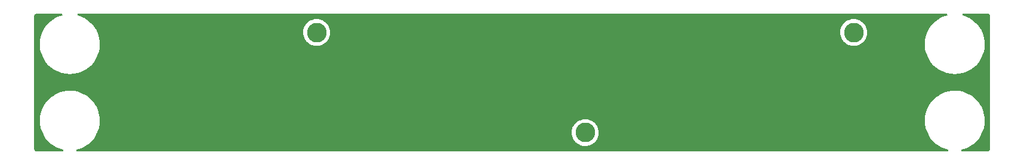
<source format=gbl>
%TF.GenerationSoftware,KiCad,Pcbnew,(5.99.0-12610-g07e01e6297)*%
%TF.CreationDate,2021-10-19T09:50:00+01:00*%
%TF.ProjectId,piccolo-backplate,70696363-6f6c-46f2-9d62-61636b706c61,rev?*%
%TF.SameCoordinates,Original*%
%TF.FileFunction,Copper,L2,Bot*%
%TF.FilePolarity,Positive*%
%FSLAX46Y46*%
G04 Gerber Fmt 4.6, Leading zero omitted, Abs format (unit mm)*
G04 Created by KiCad (PCBNEW (5.99.0-12610-g07e01e6297)) date 2021-10-19 09:50:00*
%MOMM*%
%LPD*%
G01*
G04 APERTURE LIST*
%TA.AperFunction,ComponentPad*%
%ADD10C,2.800000*%
%TD*%
G04 APERTURE END LIST*
D10*
%TO.P,H3,*%
%TO.N,*%
X189961868Y-87227905D03*
%TD*%
%TO.P,H1,*%
%TO.N,*%
X113761868Y-87227905D03*
%TD*%
%TO.P,H2,*%
%TO.N,*%
X151861868Y-101515405D03*
%TD*%
%TA.AperFunction,NonConductor*%
G36*
X77624510Y-84580907D02*
G01*
X77671003Y-84634563D01*
X77681107Y-84704837D01*
X77651613Y-84769417D01*
X77589637Y-84808439D01*
X77428053Y-84852643D01*
X77428043Y-84852646D01*
X77425189Y-84853427D01*
X77422425Y-84854471D01*
X77422414Y-84854475D01*
X77052981Y-84994072D01*
X77050208Y-84995120D01*
X76690225Y-85171474D01*
X76348437Y-85380922D01*
X76346052Y-85382712D01*
X76346053Y-85382712D01*
X76191432Y-85498805D01*
X76027876Y-85621606D01*
X75731389Y-85891389D01*
X75461606Y-86187876D01*
X75459824Y-86190249D01*
X75459821Y-86190253D01*
X75268776Y-86444701D01*
X75220922Y-86508437D01*
X75011474Y-86850225D01*
X75010162Y-86852904D01*
X75010161Y-86852905D01*
X74836427Y-87207540D01*
X74835120Y-87210208D01*
X74834073Y-87212978D01*
X74834072Y-87212981D01*
X74694475Y-87582414D01*
X74694471Y-87582425D01*
X74693427Y-87585189D01*
X74692646Y-87588043D01*
X74692643Y-87588053D01*
X74588438Y-87968962D01*
X74587651Y-87971840D01*
X74518732Y-88366730D01*
X74518500Y-88369678D01*
X74503331Y-88562417D01*
X74487280Y-88766353D01*
X74493577Y-89167162D01*
X74537565Y-89565600D01*
X74618854Y-89958130D01*
X74736723Y-90341269D01*
X74890125Y-90711614D01*
X75077698Y-91065879D01*
X75297779Y-91400920D01*
X75548413Y-91713762D01*
X75550477Y-91715892D01*
X75550485Y-91715901D01*
X75793227Y-91966391D01*
X75827376Y-92001630D01*
X76132191Y-92261967D01*
X76134620Y-92263674D01*
X76134625Y-92263678D01*
X76457723Y-92490754D01*
X76457731Y-92490759D01*
X76460154Y-92492462D01*
X76462728Y-92493930D01*
X76805777Y-92689602D01*
X76805782Y-92689605D01*
X76808353Y-92691071D01*
X77173697Y-92856031D01*
X77552943Y-92985876D01*
X77555817Y-92986566D01*
X77555824Y-92986568D01*
X77828841Y-93052113D01*
X77942726Y-93079454D01*
X77945658Y-93079871D01*
X77945667Y-93079873D01*
X78336648Y-93135518D01*
X78336651Y-93135518D01*
X78339586Y-93135936D01*
X78342551Y-93136076D01*
X78342553Y-93136076D01*
X78737031Y-93154679D01*
X78740000Y-93154819D01*
X78742969Y-93154679D01*
X79137447Y-93136076D01*
X79137449Y-93136076D01*
X79140414Y-93135936D01*
X79143349Y-93135518D01*
X79143352Y-93135518D01*
X79534333Y-93079873D01*
X79534342Y-93079871D01*
X79537274Y-93079454D01*
X79651159Y-93052113D01*
X79924176Y-92986568D01*
X79924183Y-92986566D01*
X79927057Y-92985876D01*
X80306303Y-92856031D01*
X80671647Y-92691071D01*
X80674218Y-92689605D01*
X80674223Y-92689602D01*
X81017272Y-92493930D01*
X81019846Y-92492462D01*
X81022269Y-92490759D01*
X81022277Y-92490754D01*
X81345375Y-92263678D01*
X81345380Y-92263674D01*
X81347809Y-92261967D01*
X81652624Y-92001630D01*
X81686773Y-91966391D01*
X81929515Y-91715901D01*
X81929523Y-91715892D01*
X81931587Y-91713762D01*
X82182221Y-91400920D01*
X82402302Y-91065879D01*
X82589875Y-90711614D01*
X82743277Y-90341269D01*
X82861146Y-89958130D01*
X82942435Y-89565600D01*
X82986423Y-89167162D01*
X82986500Y-89164709D01*
X82986501Y-89164696D01*
X82991520Y-89004988D01*
X82994819Y-88900000D01*
X82975936Y-88499586D01*
X82956613Y-88363815D01*
X82919873Y-88105667D01*
X82919871Y-88105658D01*
X82919454Y-88102726D01*
X82884203Y-87955893D01*
X82826568Y-87715824D01*
X82826566Y-87715817D01*
X82825876Y-87712943D01*
X82696031Y-87333697D01*
X82621127Y-87167804D01*
X111849437Y-87167804D01*
X111860048Y-87437868D01*
X111908605Y-87703742D01*
X111994140Y-87960122D01*
X112114946Y-88201892D01*
X112117475Y-88205551D01*
X112230910Y-88369678D01*
X112268612Y-88424229D01*
X112452073Y-88622695D01*
X112661667Y-88793332D01*
X112893214Y-88932735D01*
X112897309Y-88934469D01*
X112897311Y-88934470D01*
X113137992Y-89036385D01*
X113137999Y-89036387D01*
X113142093Y-89038121D01*
X113238226Y-89063610D01*
X113399040Y-89106250D01*
X113399045Y-89106251D01*
X113403337Y-89107389D01*
X113407746Y-89107911D01*
X113407752Y-89107912D01*
X113557078Y-89125585D01*
X113671736Y-89139156D01*
X113941932Y-89132788D01*
X113946327Y-89132056D01*
X113946332Y-89132056D01*
X114204135Y-89089146D01*
X114204139Y-89089145D01*
X114208537Y-89088413D01*
X114376827Y-89035190D01*
X114461982Y-89008259D01*
X114461984Y-89008258D01*
X114466228Y-89006916D01*
X114470239Y-89004990D01*
X114470244Y-89004988D01*
X114705847Y-88891853D01*
X114705848Y-88891852D01*
X114709866Y-88889923D01*
X114899223Y-88763399D01*
X114930881Y-88742246D01*
X114930885Y-88742243D01*
X114934589Y-88739768D01*
X114937906Y-88736797D01*
X114937910Y-88736794D01*
X115132597Y-88562417D01*
X115135913Y-88559447D01*
X115309821Y-88352559D01*
X115452843Y-88123230D01*
X115562126Y-87876038D01*
X115635488Y-87615913D01*
X115639615Y-87585189D01*
X115671040Y-87351229D01*
X115671041Y-87351221D01*
X115671467Y-87348047D01*
X115675243Y-87227905D01*
X115670988Y-87167804D01*
X188049437Y-87167804D01*
X188060048Y-87437868D01*
X188108605Y-87703742D01*
X188194140Y-87960122D01*
X188314946Y-88201892D01*
X188317475Y-88205551D01*
X188430910Y-88369678D01*
X188468612Y-88424229D01*
X188652073Y-88622695D01*
X188861667Y-88793332D01*
X189093214Y-88932735D01*
X189097309Y-88934469D01*
X189097311Y-88934470D01*
X189337992Y-89036385D01*
X189337999Y-89036387D01*
X189342093Y-89038121D01*
X189438226Y-89063610D01*
X189599040Y-89106250D01*
X189599045Y-89106251D01*
X189603337Y-89107389D01*
X189607746Y-89107911D01*
X189607752Y-89107912D01*
X189757078Y-89125585D01*
X189871736Y-89139156D01*
X190141932Y-89132788D01*
X190146327Y-89132056D01*
X190146332Y-89132056D01*
X190404135Y-89089146D01*
X190404139Y-89089145D01*
X190408537Y-89088413D01*
X190576827Y-89035190D01*
X190661982Y-89008259D01*
X190661984Y-89008258D01*
X190666228Y-89006916D01*
X190670239Y-89004990D01*
X190670244Y-89004988D01*
X190905847Y-88891853D01*
X190905848Y-88891852D01*
X190909866Y-88889923D01*
X191099223Y-88763399D01*
X191130881Y-88742246D01*
X191130885Y-88742243D01*
X191134589Y-88739768D01*
X191137906Y-88736797D01*
X191137910Y-88736794D01*
X191332597Y-88562417D01*
X191335913Y-88559447D01*
X191509821Y-88352559D01*
X191652843Y-88123230D01*
X191762126Y-87876038D01*
X191835488Y-87615913D01*
X191839615Y-87585189D01*
X191871040Y-87351229D01*
X191871041Y-87351221D01*
X191871467Y-87348047D01*
X191875243Y-87227905D01*
X191856155Y-86958308D01*
X191799270Y-86694090D01*
X191779669Y-86640958D01*
X191707265Y-86444701D01*
X191705724Y-86440524D01*
X191676378Y-86386136D01*
X191579497Y-86206583D01*
X191579497Y-86206582D01*
X191577384Y-86202667D01*
X191416810Y-85985267D01*
X191227206Y-85792661D01*
X191114375Y-85706551D01*
X191015896Y-85631394D01*
X191015892Y-85631392D01*
X191012355Y-85628692D01*
X190776543Y-85496632D01*
X190524477Y-85399115D01*
X190520152Y-85398112D01*
X190520147Y-85398111D01*
X190414616Y-85373651D01*
X190261186Y-85338087D01*
X189991922Y-85314766D01*
X189987487Y-85315010D01*
X189987483Y-85315010D01*
X189726502Y-85329373D01*
X189726495Y-85329374D01*
X189722059Y-85329618D01*
X189590490Y-85355788D01*
X189461352Y-85381475D01*
X189461347Y-85381476D01*
X189456980Y-85382345D01*
X189452777Y-85383821D01*
X189206183Y-85470418D01*
X189206180Y-85470419D01*
X189201975Y-85471896D01*
X189198022Y-85473949D01*
X189198016Y-85473952D01*
X189154356Y-85496632D01*
X188962132Y-85596485D01*
X188958517Y-85599068D01*
X188958511Y-85599072D01*
X188745858Y-85751036D01*
X188745854Y-85751039D01*
X188742237Y-85753624D01*
X188739017Y-85756696D01*
X188595530Y-85893576D01*
X188546676Y-85940180D01*
X188379353Y-86152429D01*
X188377121Y-86156271D01*
X188377118Y-86156276D01*
X188245842Y-86382282D01*
X188245839Y-86382289D01*
X188243604Y-86386136D01*
X188142140Y-86636640D01*
X188141069Y-86640953D01*
X188141067Y-86640958D01*
X188127869Y-86694090D01*
X188076984Y-86898940D01*
X188076530Y-86903368D01*
X188076530Y-86903370D01*
X188070136Y-86965777D01*
X188049437Y-87167804D01*
X115670988Y-87167804D01*
X115656155Y-86958308D01*
X115599270Y-86694090D01*
X115579669Y-86640958D01*
X115507265Y-86444701D01*
X115505724Y-86440524D01*
X115476378Y-86386136D01*
X115379497Y-86206583D01*
X115379497Y-86206582D01*
X115377384Y-86202667D01*
X115216810Y-85985267D01*
X115027206Y-85792661D01*
X114914375Y-85706551D01*
X114815896Y-85631394D01*
X114815892Y-85631392D01*
X114812355Y-85628692D01*
X114576543Y-85496632D01*
X114324477Y-85399115D01*
X114320152Y-85398112D01*
X114320147Y-85398111D01*
X114214616Y-85373651D01*
X114061186Y-85338087D01*
X113791922Y-85314766D01*
X113787487Y-85315010D01*
X113787483Y-85315010D01*
X113526502Y-85329373D01*
X113526495Y-85329374D01*
X113522059Y-85329618D01*
X113390490Y-85355788D01*
X113261352Y-85381475D01*
X113261347Y-85381476D01*
X113256980Y-85382345D01*
X113252777Y-85383821D01*
X113006183Y-85470418D01*
X113006180Y-85470419D01*
X113001975Y-85471896D01*
X112998022Y-85473949D01*
X112998016Y-85473952D01*
X112954356Y-85496632D01*
X112762132Y-85596485D01*
X112758517Y-85599068D01*
X112758511Y-85599072D01*
X112545858Y-85751036D01*
X112545854Y-85751039D01*
X112542237Y-85753624D01*
X112539017Y-85756696D01*
X112395530Y-85893576D01*
X112346676Y-85940180D01*
X112179353Y-86152429D01*
X112177121Y-86156271D01*
X112177118Y-86156276D01*
X112045842Y-86382282D01*
X112045839Y-86382289D01*
X112043604Y-86386136D01*
X111942140Y-86636640D01*
X111941069Y-86640953D01*
X111941067Y-86640958D01*
X111927869Y-86694090D01*
X111876984Y-86898940D01*
X111876530Y-86903368D01*
X111876530Y-86903370D01*
X111870136Y-86965777D01*
X111849437Y-87167804D01*
X82621127Y-87167804D01*
X82531071Y-86968353D01*
X82525342Y-86958308D01*
X82374634Y-86694090D01*
X82332462Y-86620154D01*
X82330759Y-86617731D01*
X82330754Y-86617723D01*
X82103678Y-86294625D01*
X82103674Y-86294620D01*
X82101967Y-86292191D01*
X81841630Y-85987376D01*
X81742579Y-85891389D01*
X81555901Y-85710485D01*
X81555892Y-85710477D01*
X81553762Y-85708413D01*
X81240920Y-85457779D01*
X81126083Y-85382345D01*
X80908355Y-85239324D01*
X80908348Y-85239320D01*
X80905879Y-85237698D01*
X80903268Y-85236316D01*
X80903262Y-85236312D01*
X80554237Y-85051514D01*
X80551614Y-85050125D01*
X80181269Y-84896723D01*
X80178446Y-84895855D01*
X80178439Y-84895852D01*
X79890709Y-84807335D01*
X79831481Y-84768187D01*
X79802820Y-84703232D01*
X79813827Y-84633094D01*
X79861005Y-84580040D01*
X79927758Y-84560905D01*
X203116389Y-84560905D01*
X203184510Y-84580907D01*
X203231003Y-84634563D01*
X203241107Y-84704837D01*
X203211613Y-84769417D01*
X203149637Y-84808439D01*
X202988053Y-84852643D01*
X202988043Y-84852646D01*
X202985189Y-84853427D01*
X202982425Y-84854471D01*
X202982414Y-84854475D01*
X202612981Y-84994072D01*
X202610208Y-84995120D01*
X202250225Y-85171474D01*
X201908437Y-85380922D01*
X201906052Y-85382712D01*
X201906053Y-85382712D01*
X201751432Y-85498805D01*
X201587876Y-85621606D01*
X201291389Y-85891389D01*
X201021606Y-86187876D01*
X201019824Y-86190249D01*
X201019821Y-86190253D01*
X200828776Y-86444701D01*
X200780922Y-86508437D01*
X200571474Y-86850225D01*
X200570162Y-86852904D01*
X200570161Y-86852905D01*
X200396427Y-87207540D01*
X200395120Y-87210208D01*
X200394073Y-87212978D01*
X200394072Y-87212981D01*
X200254475Y-87582414D01*
X200254471Y-87582425D01*
X200253427Y-87585189D01*
X200252646Y-87588043D01*
X200252643Y-87588053D01*
X200148438Y-87968962D01*
X200147651Y-87971840D01*
X200078732Y-88366730D01*
X200078500Y-88369678D01*
X200063331Y-88562417D01*
X200047280Y-88766353D01*
X200053577Y-89167162D01*
X200097565Y-89565600D01*
X200178854Y-89958130D01*
X200296723Y-90341269D01*
X200450125Y-90711614D01*
X200637698Y-91065879D01*
X200857779Y-91400920D01*
X201108413Y-91713762D01*
X201110477Y-91715892D01*
X201110485Y-91715901D01*
X201353227Y-91966391D01*
X201387376Y-92001630D01*
X201692191Y-92261967D01*
X201694620Y-92263674D01*
X201694625Y-92263678D01*
X202017723Y-92490754D01*
X202017731Y-92490759D01*
X202020154Y-92492462D01*
X202022728Y-92493930D01*
X202365777Y-92689602D01*
X202365782Y-92689605D01*
X202368353Y-92691071D01*
X202733697Y-92856031D01*
X203112943Y-92985876D01*
X203115817Y-92986566D01*
X203115824Y-92986568D01*
X203388841Y-93052113D01*
X203502726Y-93079454D01*
X203505658Y-93079871D01*
X203505667Y-93079873D01*
X203896648Y-93135518D01*
X203896651Y-93135518D01*
X203899586Y-93135936D01*
X203902551Y-93136076D01*
X203902553Y-93136076D01*
X204297031Y-93154679D01*
X204300000Y-93154819D01*
X204302969Y-93154679D01*
X204697447Y-93136076D01*
X204697449Y-93136076D01*
X204700414Y-93135936D01*
X204703349Y-93135518D01*
X204703352Y-93135518D01*
X205094333Y-93079873D01*
X205094342Y-93079871D01*
X205097274Y-93079454D01*
X205211159Y-93052113D01*
X205484176Y-92986568D01*
X205484183Y-92986566D01*
X205487057Y-92985876D01*
X205866303Y-92856031D01*
X206231647Y-92691071D01*
X206234218Y-92689605D01*
X206234223Y-92689602D01*
X206577272Y-92493930D01*
X206579846Y-92492462D01*
X206582269Y-92490759D01*
X206582277Y-92490754D01*
X206905375Y-92263678D01*
X206905380Y-92263674D01*
X206907809Y-92261967D01*
X207212624Y-92001630D01*
X207246773Y-91966391D01*
X207489515Y-91715901D01*
X207489523Y-91715892D01*
X207491587Y-91713762D01*
X207742221Y-91400920D01*
X207962302Y-91065879D01*
X208149875Y-90711614D01*
X208303277Y-90341269D01*
X208421146Y-89958130D01*
X208502435Y-89565600D01*
X208546423Y-89167162D01*
X208546500Y-89164709D01*
X208546501Y-89164696D01*
X208551520Y-89004988D01*
X208554819Y-88900000D01*
X208535936Y-88499586D01*
X208516613Y-88363815D01*
X208479873Y-88105667D01*
X208479871Y-88105658D01*
X208479454Y-88102726D01*
X208444203Y-87955893D01*
X208386568Y-87715824D01*
X208386566Y-87715817D01*
X208385876Y-87712943D01*
X208256031Y-87333697D01*
X208091071Y-86968353D01*
X208085342Y-86958308D01*
X207934634Y-86694090D01*
X207892462Y-86620154D01*
X207890759Y-86617731D01*
X207890754Y-86617723D01*
X207663678Y-86294625D01*
X207663674Y-86294620D01*
X207661967Y-86292191D01*
X207401630Y-85987376D01*
X207302579Y-85891389D01*
X207115901Y-85710485D01*
X207115892Y-85710477D01*
X207113762Y-85708413D01*
X206800920Y-85457779D01*
X206686083Y-85382345D01*
X206468355Y-85239324D01*
X206468348Y-85239320D01*
X206465879Y-85237698D01*
X206463268Y-85236316D01*
X206463262Y-85236312D01*
X206114237Y-85051514D01*
X206111614Y-85050125D01*
X205741269Y-84896723D01*
X205738446Y-84895855D01*
X205738439Y-84895852D01*
X205450709Y-84807335D01*
X205391481Y-84768187D01*
X205362820Y-84703232D01*
X205373827Y-84633094D01*
X205421005Y-84580040D01*
X205487758Y-84560905D01*
X208962540Y-84560905D01*
X208981925Y-84562405D01*
X208996727Y-84564710D01*
X208996729Y-84564710D01*
X209005598Y-84566091D01*
X209014498Y-84564927D01*
X209023474Y-84565037D01*
X209023464Y-84565855D01*
X209044954Y-84566146D01*
X209065342Y-84569375D01*
X209080460Y-84571769D01*
X209117949Y-84583950D01*
X209162050Y-84606420D01*
X209193941Y-84629591D01*
X209228932Y-84664582D01*
X209252103Y-84696473D01*
X209274573Y-84740574D01*
X209286754Y-84778063D01*
X209292242Y-84812714D01*
X209293672Y-84832422D01*
X209292432Y-84840385D01*
X209294256Y-84854333D01*
X209296554Y-84871906D01*
X209297618Y-84888244D01*
X209297618Y-103847327D01*
X209296118Y-103866711D01*
X209292432Y-103890385D01*
X209293596Y-103899285D01*
X209293486Y-103908261D01*
X209292668Y-103908251D01*
X209292377Y-103929741D01*
X209286754Y-103965246D01*
X209274573Y-104002736D01*
X209256365Y-104038473D01*
X209252104Y-104046836D01*
X209228932Y-104078728D01*
X209193941Y-104113719D01*
X209162050Y-104136890D01*
X209117949Y-104159360D01*
X209080460Y-104171541D01*
X209045809Y-104177029D01*
X209026101Y-104178459D01*
X209018138Y-104177219D01*
X208986617Y-104181341D01*
X208970279Y-104182405D01*
X205316494Y-104182405D01*
X205248373Y-104162403D01*
X205201880Y-104108747D01*
X205191776Y-104038473D01*
X205221270Y-103973893D01*
X205287080Y-103933886D01*
X205484176Y-103886568D01*
X205484183Y-103886566D01*
X205487057Y-103885876D01*
X205866303Y-103756031D01*
X206231647Y-103591071D01*
X206234218Y-103589605D01*
X206234223Y-103589602D01*
X206519897Y-103426656D01*
X206579846Y-103392462D01*
X206582269Y-103390759D01*
X206582277Y-103390754D01*
X206905375Y-103163678D01*
X206905380Y-103163674D01*
X206907809Y-103161967D01*
X207212624Y-102901630D01*
X207396651Y-102711729D01*
X207489515Y-102615901D01*
X207489523Y-102615892D01*
X207491587Y-102613762D01*
X207742221Y-102300920D01*
X207832464Y-102163538D01*
X207960676Y-101968355D01*
X207960680Y-101968348D01*
X207962302Y-101965879D01*
X208149875Y-101611614D01*
X208303277Y-101241269D01*
X208421146Y-100858130D01*
X208460151Y-100669782D01*
X208501831Y-100468519D01*
X208501833Y-100468509D01*
X208502435Y-100465600D01*
X208546423Y-100067162D01*
X208546500Y-100064709D01*
X208546501Y-100064696D01*
X208552098Y-99886572D01*
X208554819Y-99800000D01*
X208535936Y-99399586D01*
X208479454Y-99002726D01*
X208385876Y-98612943D01*
X208256031Y-98233697D01*
X208091071Y-97868353D01*
X207892462Y-97520154D01*
X207890759Y-97517731D01*
X207890754Y-97517723D01*
X207663678Y-97194625D01*
X207663674Y-97194620D01*
X207661967Y-97192191D01*
X207401630Y-96887376D01*
X207302579Y-96791389D01*
X207115901Y-96610485D01*
X207115892Y-96610477D01*
X207113762Y-96608413D01*
X206800920Y-96357779D01*
X206681551Y-96279368D01*
X206468355Y-96139324D01*
X206468348Y-96139320D01*
X206465879Y-96137698D01*
X206463268Y-96136316D01*
X206463262Y-96136312D01*
X206114237Y-95951514D01*
X206111614Y-95950125D01*
X205741269Y-95796723D01*
X205738446Y-95795855D01*
X205738439Y-95795852D01*
X205360968Y-95679727D01*
X205360966Y-95679727D01*
X205358130Y-95678854D01*
X205355227Y-95678253D01*
X205355220Y-95678251D01*
X204968519Y-95598169D01*
X204968509Y-95598167D01*
X204965600Y-95597565D01*
X204567162Y-95553577D01*
X204564181Y-95553530D01*
X204564178Y-95553530D01*
X204453935Y-95551798D01*
X204166353Y-95547280D01*
X204163409Y-95547512D01*
X204163399Y-95547512D01*
X203784993Y-95577295D01*
X203766730Y-95578732D01*
X203371840Y-95647651D01*
X203368969Y-95648437D01*
X203368962Y-95648438D01*
X202988053Y-95752643D01*
X202988043Y-95752646D01*
X202985189Y-95753427D01*
X202982425Y-95754471D01*
X202982414Y-95754475D01*
X202612981Y-95894072D01*
X202610208Y-95895120D01*
X202250225Y-96071474D01*
X201908437Y-96280922D01*
X201587876Y-96521606D01*
X201291389Y-96791389D01*
X201021606Y-97087876D01*
X201019824Y-97090249D01*
X201019821Y-97090253D01*
X200812139Y-97366860D01*
X200780922Y-97408437D01*
X200571474Y-97750225D01*
X200395120Y-98110208D01*
X200394073Y-98112978D01*
X200394072Y-98112981D01*
X200254475Y-98482414D01*
X200254471Y-98482425D01*
X200253427Y-98485189D01*
X200147651Y-98871840D01*
X200078732Y-99266730D01*
X200078500Y-99269678D01*
X200050519Y-99625203D01*
X200047280Y-99666353D01*
X200053577Y-100067162D01*
X200097565Y-100465600D01*
X200098167Y-100468509D01*
X200098169Y-100468519D01*
X200139849Y-100669782D01*
X200178854Y-100858130D01*
X200296723Y-101241269D01*
X200450125Y-101611614D01*
X200637698Y-101965879D01*
X200639320Y-101968348D01*
X200639324Y-101968355D01*
X200767536Y-102163538D01*
X200857779Y-102300920D01*
X201108413Y-102613762D01*
X201110477Y-102615892D01*
X201110485Y-102615901D01*
X201203349Y-102711729D01*
X201387376Y-102901630D01*
X201692191Y-103161967D01*
X201694620Y-103163674D01*
X201694625Y-103163678D01*
X202017723Y-103390754D01*
X202017731Y-103390759D01*
X202020154Y-103392462D01*
X202080103Y-103426656D01*
X202365777Y-103589602D01*
X202365782Y-103589605D01*
X202368353Y-103591071D01*
X202733697Y-103756031D01*
X203112943Y-103885876D01*
X203115817Y-103886566D01*
X203115824Y-103886568D01*
X203312920Y-103933886D01*
X203374489Y-103969238D01*
X203407172Y-104032265D01*
X203400592Y-104102956D01*
X203356837Y-104158867D01*
X203283506Y-104182405D01*
X79756494Y-104182405D01*
X79688373Y-104162403D01*
X79641880Y-104108747D01*
X79631776Y-104038473D01*
X79661270Y-103973893D01*
X79727080Y-103933886D01*
X79924176Y-103886568D01*
X79924183Y-103886566D01*
X79927057Y-103885876D01*
X80306303Y-103756031D01*
X80671647Y-103591071D01*
X80674218Y-103589605D01*
X80674223Y-103589602D01*
X80959897Y-103426656D01*
X81019846Y-103392462D01*
X81022269Y-103390759D01*
X81022277Y-103390754D01*
X81345375Y-103163678D01*
X81345380Y-103163674D01*
X81347809Y-103161967D01*
X81652624Y-102901630D01*
X81836651Y-102711729D01*
X81929515Y-102615901D01*
X81929523Y-102615892D01*
X81931587Y-102613762D01*
X82182221Y-102300920D01*
X82272464Y-102163538D01*
X82400676Y-101968355D01*
X82400680Y-101968348D01*
X82402302Y-101965879D01*
X82589875Y-101611614D01*
X82654621Y-101455304D01*
X149949437Y-101455304D01*
X149949612Y-101459756D01*
X149955579Y-101611614D01*
X149960048Y-101725368D01*
X150008605Y-101991242D01*
X150094140Y-102247622D01*
X150214946Y-102489392D01*
X150217475Y-102493051D01*
X150321431Y-102643463D01*
X150368612Y-102711729D01*
X150478048Y-102830116D01*
X150544156Y-102901630D01*
X150552073Y-102910195D01*
X150761667Y-103080832D01*
X150993214Y-103220235D01*
X150997309Y-103221969D01*
X150997311Y-103221970D01*
X151237992Y-103323885D01*
X151237999Y-103323887D01*
X151242093Y-103325621D01*
X151338226Y-103351110D01*
X151499040Y-103393750D01*
X151499045Y-103393751D01*
X151503337Y-103394889D01*
X151507746Y-103395411D01*
X151507752Y-103395412D01*
X151657078Y-103413085D01*
X151771736Y-103426656D01*
X152041932Y-103420288D01*
X152046327Y-103419556D01*
X152046332Y-103419556D01*
X152304135Y-103376646D01*
X152304139Y-103376645D01*
X152308537Y-103375913D01*
X152476827Y-103322690D01*
X152561982Y-103295759D01*
X152561984Y-103295758D01*
X152566228Y-103294416D01*
X152570239Y-103292490D01*
X152570244Y-103292488D01*
X152805847Y-103179353D01*
X152805848Y-103179352D01*
X152809866Y-103177423D01*
X152958636Y-103078018D01*
X153030881Y-103029746D01*
X153030885Y-103029743D01*
X153034589Y-103027268D01*
X153037906Y-103024297D01*
X153037910Y-103024294D01*
X153232597Y-102849917D01*
X153235913Y-102846947D01*
X153409821Y-102640059D01*
X153552843Y-102410730D01*
X153662126Y-102163538D01*
X153735488Y-101903413D01*
X153758814Y-101729748D01*
X153771040Y-101638729D01*
X153771041Y-101638721D01*
X153771467Y-101635547D01*
X153772219Y-101611614D01*
X153775142Y-101518627D01*
X153775142Y-101518622D01*
X153775243Y-101515405D01*
X153756155Y-101245808D01*
X153699270Y-100981590D01*
X153679669Y-100928458D01*
X153607265Y-100732201D01*
X153605724Y-100728024D01*
X153576378Y-100673636D01*
X153479497Y-100494083D01*
X153479497Y-100494082D01*
X153477384Y-100490167D01*
X153316810Y-100272767D01*
X153127206Y-100080161D01*
X153050424Y-100021563D01*
X152915896Y-99918894D01*
X152915892Y-99918892D01*
X152912355Y-99916192D01*
X152676543Y-99784132D01*
X152424477Y-99686615D01*
X152420152Y-99685612D01*
X152420147Y-99685611D01*
X152314616Y-99661151D01*
X152161186Y-99625587D01*
X151891922Y-99602266D01*
X151887487Y-99602510D01*
X151887483Y-99602510D01*
X151626502Y-99616873D01*
X151626495Y-99616874D01*
X151622059Y-99617118D01*
X151490490Y-99643288D01*
X151361352Y-99668975D01*
X151361347Y-99668976D01*
X151356980Y-99669845D01*
X151352777Y-99671321D01*
X151106183Y-99757918D01*
X151106180Y-99757919D01*
X151101975Y-99759396D01*
X151098022Y-99761449D01*
X151098016Y-99761452D01*
X151054356Y-99784132D01*
X150862132Y-99883985D01*
X150858517Y-99886568D01*
X150858511Y-99886572D01*
X150645858Y-100038536D01*
X150645854Y-100038539D01*
X150642237Y-100041124D01*
X150446676Y-100227680D01*
X150279353Y-100439929D01*
X150277121Y-100443771D01*
X150277118Y-100443776D01*
X150145842Y-100669782D01*
X150145839Y-100669789D01*
X150143604Y-100673636D01*
X150042140Y-100924140D01*
X150041069Y-100928453D01*
X150041067Y-100928458D01*
X150027869Y-100981590D01*
X149976984Y-101186440D01*
X149976530Y-101190868D01*
X149976530Y-101190870D01*
X149949891Y-101450872D01*
X149949437Y-101455304D01*
X82654621Y-101455304D01*
X82743277Y-101241269D01*
X82861146Y-100858130D01*
X82900151Y-100669782D01*
X82941831Y-100468519D01*
X82941833Y-100468509D01*
X82942435Y-100465600D01*
X82986423Y-100067162D01*
X82986500Y-100064709D01*
X82986501Y-100064696D01*
X82992098Y-99886572D01*
X82994819Y-99800000D01*
X82975936Y-99399586D01*
X82919454Y-99002726D01*
X82825876Y-98612943D01*
X82696031Y-98233697D01*
X82531071Y-97868353D01*
X82332462Y-97520154D01*
X82330759Y-97517731D01*
X82330754Y-97517723D01*
X82103678Y-97194625D01*
X82103674Y-97194620D01*
X82101967Y-97192191D01*
X81841630Y-96887376D01*
X81742579Y-96791389D01*
X81555901Y-96610485D01*
X81555892Y-96610477D01*
X81553762Y-96608413D01*
X81240920Y-96357779D01*
X81121551Y-96279368D01*
X80908355Y-96139324D01*
X80908348Y-96139320D01*
X80905879Y-96137698D01*
X80903268Y-96136316D01*
X80903262Y-96136312D01*
X80554237Y-95951514D01*
X80551614Y-95950125D01*
X80181269Y-95796723D01*
X80178446Y-95795855D01*
X80178439Y-95795852D01*
X79800968Y-95679727D01*
X79800966Y-95679727D01*
X79798130Y-95678854D01*
X79795227Y-95678253D01*
X79795220Y-95678251D01*
X79408519Y-95598169D01*
X79408509Y-95598167D01*
X79405600Y-95597565D01*
X79007162Y-95553577D01*
X79004181Y-95553530D01*
X79004178Y-95553530D01*
X78893935Y-95551798D01*
X78606353Y-95547280D01*
X78603409Y-95547512D01*
X78603399Y-95547512D01*
X78224993Y-95577295D01*
X78206730Y-95578732D01*
X77811840Y-95647651D01*
X77808969Y-95648437D01*
X77808962Y-95648438D01*
X77428053Y-95752643D01*
X77428043Y-95752646D01*
X77425189Y-95753427D01*
X77422425Y-95754471D01*
X77422414Y-95754475D01*
X77052981Y-95894072D01*
X77050208Y-95895120D01*
X76690225Y-96071474D01*
X76348437Y-96280922D01*
X76027876Y-96521606D01*
X75731389Y-96791389D01*
X75461606Y-97087876D01*
X75459824Y-97090249D01*
X75459821Y-97090253D01*
X75252139Y-97366860D01*
X75220922Y-97408437D01*
X75011474Y-97750225D01*
X74835120Y-98110208D01*
X74834073Y-98112978D01*
X74834072Y-98112981D01*
X74694475Y-98482414D01*
X74694471Y-98482425D01*
X74693427Y-98485189D01*
X74587651Y-98871840D01*
X74518732Y-99266730D01*
X74518500Y-99269678D01*
X74490519Y-99625203D01*
X74487280Y-99666353D01*
X74493577Y-100067162D01*
X74537565Y-100465600D01*
X74538167Y-100468509D01*
X74538169Y-100468519D01*
X74579849Y-100669782D01*
X74618854Y-100858130D01*
X74736723Y-101241269D01*
X74890125Y-101611614D01*
X75077698Y-101965879D01*
X75079320Y-101968348D01*
X75079324Y-101968355D01*
X75207536Y-102163538D01*
X75297779Y-102300920D01*
X75548413Y-102613762D01*
X75550477Y-102615892D01*
X75550485Y-102615901D01*
X75643349Y-102711729D01*
X75827376Y-102901630D01*
X76132191Y-103161967D01*
X76134620Y-103163674D01*
X76134625Y-103163678D01*
X76457723Y-103390754D01*
X76457731Y-103390759D01*
X76460154Y-103392462D01*
X76520103Y-103426656D01*
X76805777Y-103589602D01*
X76805782Y-103589605D01*
X76808353Y-103591071D01*
X77173697Y-103756031D01*
X77552943Y-103885876D01*
X77555817Y-103886566D01*
X77555824Y-103886568D01*
X77752920Y-103933886D01*
X77814489Y-103969238D01*
X77847172Y-104032265D01*
X77840592Y-104102956D01*
X77796837Y-104158867D01*
X77723506Y-104182405D01*
X74028446Y-104182405D01*
X74009061Y-104180905D01*
X73994259Y-104178600D01*
X73994257Y-104178600D01*
X73985388Y-104177219D01*
X73976488Y-104178383D01*
X73967512Y-104178273D01*
X73967522Y-104177455D01*
X73946032Y-104177164D01*
X73925644Y-104173935D01*
X73910526Y-104171541D01*
X73873037Y-104159360D01*
X73828936Y-104136890D01*
X73797045Y-104113719D01*
X73762054Y-104078728D01*
X73738882Y-104046836D01*
X73734621Y-104038473D01*
X73716413Y-104002736D01*
X73704232Y-103965246D01*
X73699525Y-103935525D01*
X73698635Y-103909196D01*
X73698439Y-103909194D01*
X73698491Y-103904943D01*
X73698491Y-103904940D01*
X73698592Y-103896655D01*
X73694641Y-103869067D01*
X73693368Y-103851204D01*
X73693368Y-84899862D01*
X73695114Y-84878958D01*
X73697632Y-84863990D01*
X73698439Y-84859194D01*
X73698592Y-84846655D01*
X73697903Y-84841844D01*
X73697717Y-84838992D01*
X73699001Y-84811091D01*
X73704232Y-84778063D01*
X73716413Y-84740574D01*
X73738883Y-84696473D01*
X73762054Y-84664582D01*
X73797045Y-84629591D01*
X73828936Y-84606420D01*
X73873037Y-84583950D01*
X73910526Y-84571769D01*
X73945177Y-84566281D01*
X73964885Y-84564851D01*
X73972848Y-84566091D01*
X74004370Y-84561969D01*
X74020707Y-84560905D01*
X77556389Y-84560905D01*
X77624510Y-84580907D01*
G37*
%TD.AperFunction*%
M02*

</source>
